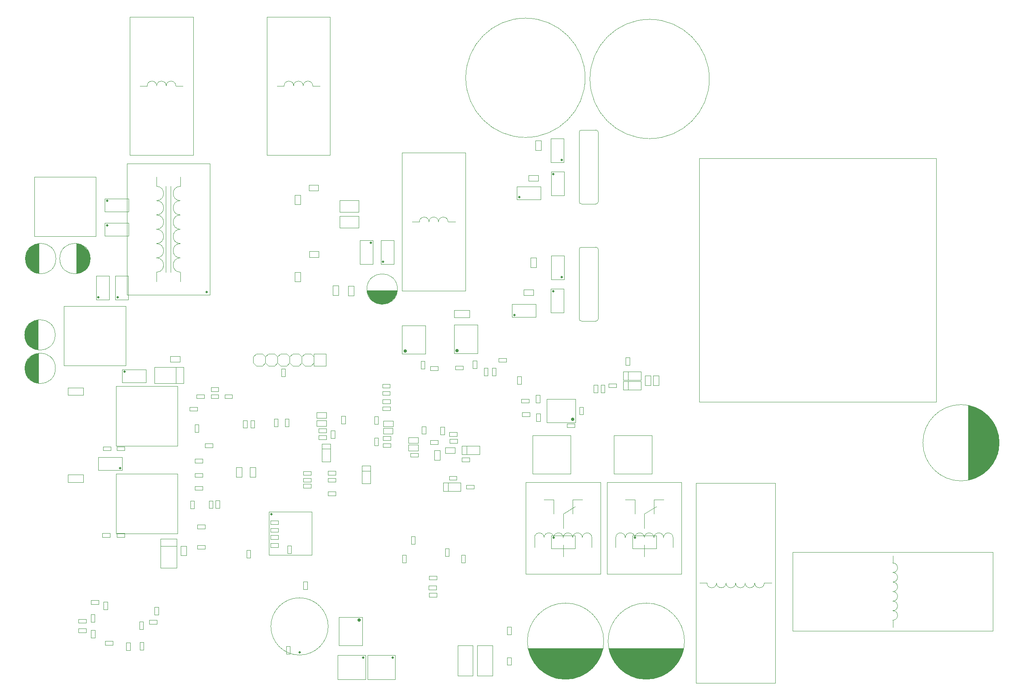
<source format=gm1>
G04*
G04 #@! TF.GenerationSoftware,Altium Limited,Altium Designer,21.6.1 (37)*
G04*
G04 Layer_Color=16711935*
%FSLAX42Y42*%
%MOMM*%
G71*
G04*
G04 #@! TF.SameCoordinates,FC63BEE2-DC1F-4C2A-9970-BC50A4DCA033*
G04*
G04*
G04 #@! TF.FilePolarity,Positive*
G04*
G01*
G75*
%ADD13C,0.10*%
%ADD17C,0.50*%
%ADD131C,0.70*%
G36*
X360Y5430D02*
Y4790D01*
X288Y4805D01*
X208Y4845D01*
X145Y4903D01*
X108Y4960D01*
X80Y5035D01*
X70Y5110D01*
X77Y5175D01*
X98Y5242D01*
X140Y5310D01*
X192Y5362D01*
X258Y5400D01*
X322Y5422D01*
X360Y5430D01*
D02*
G37*
G36*
X355Y6130D02*
Y5490D01*
X283Y5505D01*
X203Y5545D01*
X140Y5603D01*
X102Y5660D01*
X75Y5735D01*
X65Y5810D01*
X73Y5875D01*
X93Y5942D01*
X135Y6010D01*
X188Y6062D01*
X253Y6100D01*
X317Y6122D01*
X355Y6130D01*
D02*
G37*
G36*
X370Y7730D02*
Y7090D01*
X297Y7105D01*
X217Y7145D01*
X155Y7203D01*
X117Y7260D01*
X90Y7335D01*
X80Y7410D01*
X88Y7475D01*
X108Y7543D01*
X150Y7610D01*
X203Y7662D01*
X267Y7700D01*
X333Y7722D01*
X370Y7730D01*
D02*
G37*
G36*
X1150Y7090D02*
Y7730D01*
X1223Y7715D01*
X1302Y7675D01*
X1365Y7618D01*
X1402Y7560D01*
X1430Y7485D01*
X1440Y7410D01*
X1432Y7345D01*
X1412Y7278D01*
X1370Y7210D01*
X1318Y7157D01*
X1252Y7120D01*
X1188Y7097D01*
X1150Y7090D01*
D02*
G37*
G36*
X12175Y-760D02*
X12165Y-820D01*
X12140Y-895D01*
X12072Y-1027D01*
X11985Y-1148D01*
X11895Y-1230D01*
X11770Y-1318D01*
X11665Y-1362D01*
X11532Y-1398D01*
X11390Y-1410D01*
X11253Y-1398D01*
X11165Y-1382D01*
X11015Y-1318D01*
X10945Y-1275D01*
X10865Y-1212D01*
X10805Y-1157D01*
X10743Y-1080D01*
X10695Y-1007D01*
X10655Y-927D01*
X10622Y-840D01*
X10605Y-760D01*
X12175D01*
D02*
G37*
G36*
X7230Y6740D02*
X7870D01*
X7855Y6668D01*
X7815Y6588D01*
X7757Y6525D01*
X7700Y6488D01*
X7625Y6460D01*
X7550Y6450D01*
X7485Y6457D01*
X7418Y6478D01*
X7350Y6520D01*
X7297Y6572D01*
X7260Y6638D01*
X7238Y6703D01*
X7230Y6740D01*
D02*
G37*
G36*
X13865Y-760D02*
X13855Y-820D01*
X13830Y-895D01*
X13762Y-1027D01*
X13675Y-1148D01*
X13585Y-1230D01*
X13460Y-1318D01*
X13355Y-1362D01*
X13223Y-1398D01*
X13080Y-1410D01*
X12943Y-1398D01*
X12855Y-1382D01*
X12705Y-1318D01*
X12635Y-1275D01*
X12555Y-1212D01*
X12495Y-1157D01*
X12432Y-1080D01*
X12385Y-1007D01*
X12345Y-927D01*
X12312Y-840D01*
X12295Y-760D01*
X13865D01*
D02*
G37*
G36*
X19820Y4335D02*
X19880Y4325D01*
X19955Y4300D01*
X20088Y4233D01*
X20207Y4145D01*
X20290Y4055D01*
X20377Y3930D01*
X20423Y3825D01*
X20457Y3692D01*
X20470Y3550D01*
X20457Y3412D01*
X20443Y3325D01*
X20377Y3175D01*
X20335Y3105D01*
X20273Y3025D01*
X20218Y2965D01*
X20140Y2902D01*
X20068Y2855D01*
X19988Y2815D01*
X19900Y2783D01*
X19820Y2765D01*
Y4335D01*
D02*
G37*
D13*
X6420Y-300D02*
G03*
X6420Y-300I-600J0D01*
G01*
X11140Y1560D02*
G03*
X10940Y1560I-100J0D01*
G01*
D02*
G03*
X10740Y1560I-100J0D01*
G01*
X11940D02*
G03*
X11740Y1560I-100J0D01*
G01*
D02*
G03*
X11540Y1560I-100J0D01*
G01*
X11540D02*
G03*
X11340Y1560I-100J0D01*
G01*
D02*
G03*
X11140Y1560I-100J0D01*
G01*
X12190Y-610D02*
G03*
X12190Y-610I-800J0D01*
G01*
X13880D02*
G03*
X13880Y-610I-800J0D01*
G01*
X710Y5110D02*
G03*
X710Y5110I-320J0D01*
G01*
X720Y7410D02*
G03*
X720Y7410I-320J0D01*
G01*
X705Y5810D02*
G03*
X705Y5810I-320J0D01*
G01*
X1440Y7410D02*
G03*
X1440Y7410I-320J0D01*
G01*
X7870Y6770D02*
G03*
X7870Y6770I-320J0D01*
G01*
X3230Y11030D02*
G03*
X3030Y11030I-100J0D01*
G01*
X2830D02*
G03*
X2630Y11030I-100J0D01*
G01*
X3030D02*
G03*
X2830Y11030I-100J0D01*
G01*
X11725Y10105D02*
G03*
X11675Y10055I0J-50D01*
G01*
Y8605D02*
G03*
X11725Y8555I50J0D01*
G01*
X12075Y10055D02*
G03*
X12025Y10105I-50J0D01*
G01*
Y8555D02*
G03*
X12075Y8605I0J50D01*
G01*
X14400Y11175D02*
G03*
X14400Y11175I-1250J0D01*
G01*
X11800Y11200D02*
G03*
X11800Y11200I-1250J0D01*
G01*
X6097Y11030D02*
G03*
X5897Y11030I-100J0D01*
G01*
X5697D02*
G03*
X5497Y11030I-100J0D01*
G01*
X5897D02*
G03*
X5697Y11030I-100J0D01*
G01*
X2825Y7125D02*
G03*
X2825Y7425I0J150D01*
G01*
D02*
G03*
X2825Y7725I0J150D01*
G01*
Y7725D02*
G03*
X2825Y8025I0J150D01*
G01*
Y8625D02*
G03*
X2825Y8925I0J150D01*
G01*
Y8325D02*
G03*
X2825Y8625I0J150D01*
G01*
Y8025D02*
G03*
X2825Y8325I0J150D01*
G01*
X3325Y8925D02*
G03*
X3325Y8625I0J-150D01*
G01*
D02*
G03*
X3325Y8325I0J-150D01*
G01*
Y8325D02*
G03*
X3325Y8025I0J-150D01*
G01*
Y7425D02*
G03*
X3325Y7125I0J-150D01*
G01*
Y7725D02*
G03*
X3325Y7425I0J-150D01*
G01*
Y8025D02*
G03*
X3325Y7725I0J-150D01*
G01*
X18240Y430D02*
G03*
X18240Y630I0J100D01*
G01*
Y230D02*
G03*
X18240Y430I0J100D01*
G01*
Y30D02*
G03*
X18240Y230I0J100D01*
G01*
Y-170D02*
G03*
X18240Y30I0J100D01*
G01*
Y630D02*
G03*
X18240Y830I0J100D01*
G01*
D02*
G03*
X18240Y1030I0J100D01*
G01*
X15350Y610D02*
G03*
X15550Y610I100J0D01*
G01*
X15150D02*
G03*
X15350Y610I100J0D01*
G01*
X14350D02*
G03*
X14550Y610I100J0D01*
G01*
D02*
G03*
X14750Y610I100J0D01*
G01*
X14750D02*
G03*
X14950Y610I100J0D01*
G01*
D02*
G03*
X15150Y610I100J0D01*
G01*
X12840Y1560D02*
G03*
X12640Y1560I-100J0D01*
G01*
D02*
G03*
X12440Y1560I-100J0D01*
G01*
X13640D02*
G03*
X13440Y1560I-100J0D01*
G01*
D02*
G03*
X13240Y1560I-100J0D01*
G01*
X13240D02*
G03*
X13040Y1560I-100J0D01*
G01*
D02*
G03*
X12840Y1560I-100J0D01*
G01*
X8730Y8180D02*
G03*
X8530Y8180I-100J0D01*
G01*
D02*
G03*
X8330Y8180I-100J0D01*
G01*
X8930D02*
G03*
X8730Y8180I-100J0D01*
G01*
X12025Y6100D02*
G03*
X12075Y6150I0J50D01*
G01*
Y7600D02*
G03*
X12025Y7650I-50J0D01*
G01*
X11675Y6150D02*
G03*
X11725Y6100I50J0D01*
G01*
Y7650D02*
G03*
X11675Y7600I0J-50D01*
G01*
X20470Y3550D02*
G03*
X20470Y3550I-800J0D01*
G01*
X5540Y-880D02*
Y-720D01*
X5620Y-880D02*
Y-720D01*
X5540D02*
X5620D01*
X5540Y-880D02*
X5620D01*
X10480Y4105D02*
Y4185D01*
X10640Y4105D02*
Y4185D01*
X10480D02*
X10640D01*
X10480Y4105D02*
X10640D01*
X10462Y4387D02*
Y4468D01*
X10622Y4387D02*
Y4468D01*
X10462D02*
X10622D01*
X10462Y4387D02*
X10622D01*
X5042Y5160D02*
X5105Y5224D01*
X4915Y5160D02*
X5042D01*
X4851Y5224D02*
X4915Y5160D01*
X4851Y5224D02*
Y5351D01*
X4915Y5415D01*
X5042D01*
X5105Y5351D01*
X6121Y5160D02*
X6375D01*
X6121D02*
Y5415D01*
X6375Y5160D02*
Y5415D01*
X6058Y5160D02*
X6121Y5224D01*
X5931Y5160D02*
X6058D01*
X5867Y5224D02*
X5931Y5160D01*
X5867Y5224D02*
Y5351D01*
X5931Y5415D01*
X6058D01*
X6121Y5351D01*
Y5415D02*
X6375D01*
X5803D02*
X5867Y5351D01*
X5676Y5415D02*
X5803D01*
X5613Y5351D02*
X5676Y5415D01*
X5613Y5224D02*
Y5351D01*
Y5224D02*
X5676Y5160D01*
X5803D01*
X5867Y5224D01*
X5549Y5160D02*
X5613Y5224D01*
X5422Y5160D02*
X5549D01*
X5359Y5224D02*
X5422Y5160D01*
X5359Y5224D02*
Y5351D01*
X5422Y5415D01*
X5549D01*
X5613Y5351D01*
X5296Y5415D02*
X5359Y5351D01*
X5169Y5415D02*
X5296D01*
X5105Y5351D02*
X5169Y5415D01*
X5105Y5224D02*
Y5351D01*
Y5224D02*
X5169Y5160D01*
X5296D01*
X5359Y5224D01*
X5900Y480D02*
Y640D01*
X5980Y480D02*
Y640D01*
X5900Y480D02*
X5980D01*
X5900Y640D02*
X5980D01*
X970Y4550D02*
Y4705D01*
X1290Y4550D02*
Y4705D01*
X970Y4550D02*
X1290D01*
X970Y4705D02*
X1290D01*
X7555Y4780D02*
X7715D01*
X7555Y4700D02*
X7715D01*
X7555D02*
Y4780D01*
X7715Y4700D02*
Y4780D01*
X7555Y4630D02*
X7715D01*
X7555Y4550D02*
X7715D01*
X7555D02*
Y4630D01*
X7715Y4550D02*
Y4630D01*
X5180Y1200D02*
Y2100D01*
Y1200D02*
X6080D01*
Y2100D01*
X5180D02*
X6080D01*
X5647Y1232D02*
Y1392D01*
X5567Y1232D02*
Y1392D01*
Y1232D02*
X5647D01*
X5567Y1392D02*
X5647D01*
X5217Y1760D02*
X5377D01*
X5217Y1680D02*
X5377D01*
Y1760D01*
X5217Y1680D02*
Y1760D01*
Y1920D02*
X5377D01*
X5217Y1840D02*
X5377D01*
Y1920D01*
X5217Y1840D02*
Y1920D01*
Y1610D02*
X5377D01*
X5217Y1530D02*
X5377D01*
Y1610D01*
X5217Y1530D02*
Y1610D01*
Y1440D02*
X5377D01*
X5217Y1360D02*
X5377D01*
Y1440D01*
X5217Y1360D02*
Y1440D01*
X4780Y2835D02*
X4900D01*
X4780Y3035D02*
X4900D01*
Y2835D02*
Y3035D01*
X4780Y2835D02*
Y3035D01*
X4490Y2835D02*
X4610D01*
X4490Y3035D02*
X4610D01*
Y2835D02*
Y3035D01*
X4490Y2835D02*
Y3035D01*
X10940Y2360D02*
X11140D01*
Y2060D02*
Y2360D01*
X11540D02*
X11740D01*
X11540Y2060D02*
Y2360D01*
X10740Y1360D02*
Y1560D01*
X11340Y1160D02*
Y1410D01*
X11940Y1360D02*
Y1560D01*
X11340Y1760D02*
Y2060D01*
X10560Y2720D02*
X12120D01*
X10560Y800D02*
X12120D01*
X10560D02*
Y2720D01*
X12120Y800D02*
Y2720D01*
X11340Y2060D02*
X11590Y2210D01*
X11590Y1335D02*
Y1605D01*
X11090Y1335D02*
X11590D01*
X11090D02*
Y1605D01*
X11590D01*
X13290Y1335D02*
Y1605D01*
X12790Y1335D02*
X13290D01*
X12790D02*
Y1605D01*
X13290D01*
X8160Y1585D02*
X8240D01*
X8160Y1425D02*
X8240D01*
X8160D02*
Y1585D01*
X8240Y1425D02*
Y1585D01*
X7970Y1040D02*
X8050D01*
X7970Y1200D02*
X8050D01*
Y1040D02*
Y1200D01*
X7970Y1040D02*
Y1200D01*
X8868Y1175D02*
X8948D01*
X8868Y1335D02*
X8948D01*
Y1175D02*
Y1335D01*
X8868Y1175D02*
Y1335D01*
X6183Y3895D02*
X6383D01*
X6183Y4015D02*
X6383D01*
Y3895D02*
Y4015D01*
X6183Y3895D02*
Y4015D01*
X6697Y4110D02*
X6778D01*
X6697Y3950D02*
X6778D01*
Y4110D01*
X6697Y3950D02*
Y4110D01*
X6183Y4070D02*
X6383D01*
X6183Y4190D02*
X6383D01*
Y4070D02*
Y4190D01*
X6183Y4070D02*
Y4190D01*
X7572Y3858D02*
X7772D01*
X7572Y3738D02*
X7772D01*
X7572D02*
Y3858D01*
X7772Y3738D02*
Y3858D01*
X7575Y4012D02*
X7775D01*
X7575Y3892D02*
X7775D01*
X7575D02*
Y4012D01*
X7775Y3892D02*
Y4012D01*
X7390Y4100D02*
X7470D01*
X7390Y3940D02*
X7470D01*
Y4100D01*
X7390Y3940D02*
Y4100D01*
X6288Y3420D02*
X6468D01*
X6288Y3152D02*
X6468D01*
Y3525D01*
X6288D02*
X6468D01*
X6288Y3152D02*
Y3525D01*
X6222Y3620D02*
Y3700D01*
X6383Y3620D02*
Y3700D01*
X6222D02*
X6383D01*
X6222Y3620D02*
X6383D01*
X6477Y3647D02*
X6557D01*
X6477Y3808D02*
X6557D01*
X6477Y3647D02*
Y3808D01*
X6557Y3647D02*
Y3808D01*
X6225Y3762D02*
Y3843D01*
X6385Y3762D02*
Y3843D01*
X6225D02*
X6385D01*
X6225Y3762D02*
X6385D01*
X7730Y3457D02*
Y3538D01*
X7570Y3457D02*
Y3538D01*
Y3457D02*
X7730D01*
X7570Y3538D02*
X7730D01*
X7387Y3495D02*
X7468D01*
X7387Y3655D02*
X7468D01*
X7387Y3495D02*
Y3655D01*
X7468Y3495D02*
Y3655D01*
X7730Y3605D02*
Y3685D01*
X7570Y3605D02*
Y3685D01*
Y3605D02*
X7730D01*
X7570Y3685D02*
X7730D01*
X7128Y2960D02*
X7307D01*
X7128Y2692D02*
X7307D01*
Y3065D01*
X7128D02*
X7307D01*
X7128Y2692D02*
Y3065D01*
X3330Y1185D02*
X3450D01*
X3330Y1385D02*
X3450D01*
Y1185D02*
Y1385D01*
X3330Y1185D02*
Y1385D01*
X1998Y1652D02*
X2158D01*
X1998Y1572D02*
X2158D01*
Y1652D01*
X1998Y1572D02*
Y1652D01*
X7718Y4225D02*
Y4305D01*
X7558Y4225D02*
Y4305D01*
Y4225D02*
X7718D01*
X7558Y4305D02*
X7718D01*
Y4372D02*
Y4453D01*
X7558Y4372D02*
Y4453D01*
Y4372D02*
X7718D01*
X7558Y4453D02*
X7718D01*
X1455Y-538D02*
Y-378D01*
X1535Y-538D02*
Y-378D01*
X1455Y-538D02*
X1535D01*
X1455Y-378D02*
X1535D01*
X1193Y-428D02*
X1352D01*
X1193Y-347D02*
X1352D01*
Y-428D02*
Y-347D01*
X1193Y-428D02*
Y-347D01*
X1800Y57D02*
Y217D01*
X1720Y57D02*
Y217D01*
X1800D01*
X1720Y57D02*
X1800D01*
X1532Y-205D02*
Y-45D01*
X1452Y-205D02*
Y-45D01*
X1532D01*
X1452Y-205D02*
X1532D01*
X1190Y-225D02*
X1350D01*
X1190Y-145D02*
X1350D01*
Y-225D02*
Y-145D01*
X1190Y-225D02*
Y-145D01*
X1750Y-690D02*
X1910D01*
X1750Y-610D02*
X1910D01*
Y-690D02*
Y-610D01*
X1750Y-690D02*
Y-610D01*
X2275Y-800D02*
Y-640D01*
X2195Y-800D02*
Y-640D01*
X2275D01*
X2195Y-800D02*
X2275D01*
X2677Y-247D02*
X2838D01*
X2677Y-167D02*
X2838D01*
Y-247D02*
Y-167D01*
X2677Y-247D02*
Y-167D01*
X2550Y-360D02*
Y-200D01*
X2470Y-360D02*
Y-200D01*
X2550D01*
X2470Y-360D02*
X2550D01*
X2555Y-795D02*
Y-635D01*
X2475Y-795D02*
Y-635D01*
X2555D01*
X2475Y-795D02*
X2555D01*
X11420Y3950D02*
X11580D01*
X11420Y3870D02*
X11580D01*
X11420D02*
Y3950D01*
X11580Y3870D02*
Y3950D01*
X11680Y4140D02*
Y4300D01*
X11760Y4140D02*
Y4300D01*
X11680Y4140D02*
X11760D01*
X11680Y4300D02*
X11760D01*
X11980Y4600D02*
Y4760D01*
X12060Y4600D02*
Y4760D01*
X11980D02*
X12060D01*
X11980Y4600D02*
X12060D01*
X12730Y5180D02*
Y5340D01*
X12650Y5180D02*
Y5340D01*
Y5180D02*
X12730D01*
X12650Y5340D02*
X12730D01*
X12290Y4710D02*
X12450D01*
X12290Y4790D02*
X12450D01*
X12290Y4710D02*
Y4790D01*
X12450Y4710D02*
Y4790D01*
X12593Y4840D02*
X12965D01*
X12593Y4660D02*
Y4840D01*
Y4660D02*
X12965D01*
Y4840D01*
X12697Y4660D02*
Y4840D01*
X12593Y5040D02*
X12965D01*
X12593Y4860D02*
Y5040D01*
Y4860D02*
X12965D01*
Y5040D01*
X12697Y4860D02*
Y5040D01*
X12210Y4600D02*
Y4760D01*
X12130Y4600D02*
Y4760D01*
Y4600D02*
X12210D01*
X12130Y4760D02*
X12210D01*
X13050Y4755D02*
Y4955D01*
X13170Y4755D02*
Y4955D01*
X13050D02*
X13170D01*
X13050Y4755D02*
X13170D01*
X13220D02*
Y4955D01*
X13340Y4755D02*
Y4955D01*
X13220D02*
X13340D01*
X13220Y4755D02*
X13340D01*
X1980Y1647D02*
Y2897D01*
X3270Y1647D02*
Y2897D01*
X1980Y1647D02*
X3270D01*
X1980Y2897D02*
X3270D01*
X3235Y4798D02*
Y5133D01*
X2780D02*
X3390D01*
X2780Y4798D02*
X3390D01*
X2780D02*
Y5133D01*
X3390Y4798D02*
Y5133D01*
X3115Y5360D02*
X3315D01*
X3115Y5240D02*
X3315D01*
Y5360D01*
X3115Y5240D02*
Y5360D01*
X970Y2880D02*
X1290D01*
X970Y2725D02*
X1290D01*
Y2880D01*
X970Y2725D02*
Y2880D01*
X2912Y1380D02*
X3247D01*
X2912Y925D02*
Y1535D01*
X3247Y925D02*
Y1535D01*
X2912Y925D02*
X3247D01*
X2912Y1535D02*
X3247D01*
X6660Y8056D02*
Y8304D01*
X7060D01*
Y8056D02*
Y8304D01*
X6660Y8056D02*
X7060D01*
X6660Y8386D02*
Y8634D01*
X7060D01*
Y8386D02*
Y8634D01*
X6660Y8386D02*
X7060D01*
X6520Y6645D02*
Y6845D01*
X6640Y6645D02*
Y6845D01*
X6520D02*
X6640D01*
X6520Y6645D02*
X6640D01*
X2180Y5165D02*
Y6415D01*
X890Y5165D02*
Y6415D01*
X2180D01*
X890Y5165D02*
X2180D01*
X1560Y7875D02*
Y9125D01*
X270Y7875D02*
Y9125D01*
X1560D01*
X270Y7875D02*
X1560D01*
X10170Y-310D02*
X10250D01*
X10170Y-470D02*
X10250D01*
X10170D02*
Y-310D01*
X10250Y-470D02*
Y-310D01*
X10170Y-950D02*
X10250D01*
X10170Y-1110D02*
X10250D01*
X10170D02*
Y-950D01*
X10250Y-1110D02*
Y-950D01*
X8690Y320D02*
Y400D01*
X8530Y320D02*
Y400D01*
X8690D01*
X8530Y320D02*
X8690D01*
X9130Y-703D02*
X9450D01*
X9130Y-1338D02*
X9450D01*
X9130D02*
Y-703D01*
X9450Y-1338D02*
Y-703D01*
X9540D02*
X9860D01*
X9540Y-1338D02*
X9860D01*
X9540D02*
Y-703D01*
X9860Y-1338D02*
Y-703D01*
X2000Y3387D02*
Y3467D01*
X2160Y3387D02*
Y3467D01*
X2000Y3387D02*
X2160D01*
X2000Y3467D02*
X2160D01*
X1867Y3388D02*
Y3468D01*
X1708Y3388D02*
Y3468D01*
X1867D01*
X1708Y3388D02*
X1867D01*
X1853Y1573D02*
Y1653D01*
X1693Y1573D02*
Y1653D01*
X1853D01*
X1693Y1573D02*
X1853D01*
X6215Y8830D02*
Y8950D01*
X6015Y8830D02*
Y8950D01*
X6215D01*
X6015Y8830D02*
X6215D01*
X5720Y8545D02*
X5840D01*
X5720Y8745D02*
X5840D01*
Y8545D02*
Y8745D01*
X5720Y8545D02*
Y8745D01*
X6840Y6835D02*
X6960D01*
X6840Y6635D02*
X6960D01*
X6840D02*
Y6835D01*
X6960Y6635D02*
Y6835D01*
X6225Y7440D02*
Y7560D01*
X6025Y7440D02*
Y7560D01*
X6225D01*
X6025Y7440D02*
X6225D01*
X5720Y6925D02*
X5840D01*
X5720Y7125D02*
X5840D01*
Y6925D02*
Y7125D01*
X5720Y6925D02*
Y7125D01*
X7525Y7790D02*
X7795D01*
Y7290D02*
Y7790D01*
X7525Y7290D02*
X7795D01*
X7525D02*
Y7790D01*
X1565Y7050D02*
X1835D01*
Y6550D02*
Y7050D01*
X1565Y6550D02*
X1835D01*
X1565D02*
Y7050D01*
X2240Y7885D02*
Y8155D01*
X1740Y7885D02*
X2240D01*
X1740D02*
Y8155D01*
X2240D01*
Y8395D02*
Y8665D01*
X1740Y8395D02*
X2240D01*
X1740D02*
Y8665D01*
X2240D01*
X2788Y108D02*
X2868D01*
X2788Y-52D02*
X2868D01*
Y108D01*
X2788Y-52D02*
Y108D01*
X1457Y167D02*
Y248D01*
X1617Y167D02*
Y248D01*
X1457D02*
X1617D01*
X1457Y167D02*
X1617D01*
X9680Y5120D02*
X9760D01*
X9680Y4960D02*
X9760D01*
Y5120D01*
X9680Y4960D02*
Y5120D01*
X3840Y1750D02*
Y1830D01*
X3680Y1750D02*
Y1830D01*
Y1750D02*
X3840D01*
X3680Y1830D02*
X3840D01*
Y1320D02*
Y1400D01*
X3680Y1320D02*
Y1400D01*
Y1320D02*
X3840D01*
X3680Y1400D02*
X3840D01*
X4710Y1140D02*
X4790D01*
X4710Y1300D02*
X4790D01*
X4710Y1140D02*
Y1300D01*
X4790Y1140D02*
Y1300D01*
X8103Y3385D02*
X8303D01*
X8103Y3505D02*
X8303D01*
Y3385D02*
Y3505D01*
X8103Y3385D02*
Y3505D01*
Y3542D02*
X8303D01*
X8103Y3662D02*
X8303D01*
Y3542D02*
Y3662D01*
X8103Y3542D02*
Y3662D01*
X8873Y3333D02*
X9072D01*
X8873Y3453D02*
X9072D01*
Y3333D02*
Y3453D01*
X8873Y3333D02*
Y3453D01*
X8643Y3188D02*
Y3387D01*
X8762Y3188D02*
Y3387D01*
X8643Y3188D02*
X8762D01*
X8643Y3387D02*
X8762D01*
X3535Y2333D02*
X3615D01*
X3535Y2173D02*
X3615D01*
Y2333D01*
X3535Y2173D02*
Y2333D01*
X3925Y2335D02*
X4005D01*
X3925Y2175D02*
X4005D01*
Y2335D01*
X3925Y2175D02*
Y2335D01*
X3522Y4217D02*
Y4298D01*
X3682Y4217D02*
Y4298D01*
X3522D02*
X3682D01*
X3522Y4217D02*
X3682D01*
X10700Y2900D02*
X10700Y3700D01*
X11500Y3700D01*
Y2900D02*
Y3700D01*
X10700Y2900D02*
X11500D01*
X10460Y4780D02*
Y4940D01*
X10380Y4780D02*
Y4940D01*
X10460D01*
X10380Y4780D02*
X10460D01*
X9990Y5320D02*
X10150D01*
X9990Y5240D02*
X10150D01*
X9990D02*
Y5320D01*
X10150Y5240D02*
Y5320D01*
X9850Y4960D02*
Y5120D01*
X9930Y4960D02*
Y5120D01*
X9850Y4960D02*
X9930D01*
X9850Y5120D02*
X9930D01*
X4797Y4020D02*
X4878D01*
X4797Y3860D02*
X4878D01*
Y4020D01*
X4797Y3860D02*
Y4020D01*
X5517Y4047D02*
X5598D01*
X5517Y3888D02*
X5598D01*
Y4047D01*
X5517Y3888D02*
Y4047D01*
X5440Y5100D02*
X5520D01*
X5440Y4940D02*
X5520D01*
Y5100D01*
X5440Y4940D02*
Y5100D01*
X10815Y9038D02*
Y9157D01*
X10615Y9038D02*
Y9157D01*
Y9038D02*
X10815D01*
X10615Y9157D02*
X10815D01*
X10757Y9680D02*
X10878D01*
X10757Y9880D02*
X10878D01*
X10757Y9680D02*
Y9880D01*
X10878Y9680D02*
Y9880D01*
X10715Y6640D02*
Y6760D01*
X10515Y6640D02*
Y6760D01*
Y6640D02*
X10715D01*
X10515Y6760D02*
X10715D01*
X10660Y7225D02*
X10780D01*
X10660Y7425D02*
X10780D01*
X10660Y7225D02*
Y7425D01*
X10780Y7225D02*
Y7425D01*
X4065Y2338D02*
X4145D01*
X4065Y2177D02*
X4145D01*
Y2338D01*
X4065Y2177D02*
Y2338D01*
X3790Y3130D02*
Y3210D01*
X3630Y3130D02*
Y3210D01*
Y3130D02*
X3790D01*
X3630Y3210D02*
X3790D01*
Y2830D02*
Y2910D01*
X3630Y2830D02*
Y2910D01*
Y2830D02*
X3790D01*
X3630Y2910D02*
X3790D01*
Y2560D02*
Y2640D01*
X3630Y2560D02*
Y2640D01*
Y2560D02*
X3790D01*
X3630Y2640D02*
X3790D01*
X5897Y2727D02*
Y2808D01*
X6058Y2727D02*
Y2808D01*
X5897D02*
X6058D01*
X5897Y2727D02*
X6058D01*
X5897Y2605D02*
Y2685D01*
X6058Y2605D02*
Y2685D01*
X5897D02*
X6058D01*
X5897Y2605D02*
X6058D01*
X5897Y2872D02*
Y2953D01*
X6058Y2872D02*
Y2953D01*
X5897D02*
X6058D01*
X5897Y2872D02*
X6058D01*
X6413Y2728D02*
Y2808D01*
X6573Y2728D02*
Y2808D01*
X6413D02*
X6573D01*
X6413Y2728D02*
X6573D01*
X6413Y2445D02*
Y2525D01*
X6573Y2445D02*
Y2525D01*
X6413D02*
X6573D01*
X6413Y2445D02*
X6573D01*
X6413Y2875D02*
Y2955D01*
X6573Y2875D02*
Y2955D01*
X6413D02*
X6573D01*
X6413Y2875D02*
X6573D01*
X10778Y4160D02*
X10858D01*
X10778Y4000D02*
X10858D01*
Y4160D01*
X10778Y4000D02*
Y4160D01*
X10770Y4390D02*
X10850D01*
X10770Y4550D02*
X10850D01*
X10770Y4390D02*
Y4550D01*
X10850Y4390D02*
Y4550D01*
X4125Y4480D02*
Y4560D01*
X3965Y4480D02*
Y4560D01*
Y4480D02*
X4125D01*
X3965Y4560D02*
X4125D01*
X3828Y4480D02*
Y4560D01*
X3667Y4480D02*
Y4560D01*
Y4480D02*
X3828D01*
X3667Y4560D02*
X3828D01*
X9060Y6328D02*
X9380D01*
X9060Y6172D02*
X9380D01*
X9060D02*
Y6328D01*
X9380Y6172D02*
Y6328D01*
X9080Y5080D02*
Y5160D01*
X9240Y5080D02*
Y5160D01*
X9080D02*
X9240D01*
X9080Y5080D02*
X9240D01*
X8720Y5070D02*
Y5150D01*
X8560Y5070D02*
Y5150D01*
Y5070D02*
X8720D01*
X8560Y5150D02*
X8720D01*
X8772Y3722D02*
X8853D01*
X8772Y3883D02*
X8853D01*
X8772Y3722D02*
Y3883D01*
X8853Y3722D02*
Y3883D01*
X9450Y5110D02*
X9530D01*
X9450Y5270D02*
X9530D01*
X9450Y5110D02*
Y5270D01*
X9530Y5110D02*
Y5270D01*
X8360Y5100D02*
X8440D01*
X8360Y5260D02*
X8440D01*
X8360Y5100D02*
Y5260D01*
X8440Y5100D02*
Y5260D01*
X9112Y2772D02*
Y2852D01*
X8953Y2772D02*
Y2852D01*
Y2772D02*
X9112D01*
X8953Y2852D02*
X9112D01*
X8962Y3542D02*
Y3623D01*
X9122Y3542D02*
Y3623D01*
X8962D02*
X9122D01*
X8962Y3542D02*
X9122D01*
X9120Y3690D02*
Y3770D01*
X8960Y3690D02*
Y3770D01*
Y3690D02*
X9120D01*
X8960Y3770D02*
X9120D01*
X9470Y2585D02*
Y2665D01*
X9310Y2585D02*
Y2665D01*
Y2585D02*
X9470D01*
X9310Y2665D02*
X9470D01*
X9382Y3157D02*
Y3238D01*
X9222Y3157D02*
Y3238D01*
Y3157D02*
X9382D01*
X9222Y3238D02*
X9382D01*
X8382Y3892D02*
X8463D01*
X8382Y3733D02*
X8463D01*
Y3892D01*
X8382Y3733D02*
Y3892D01*
X8145Y3253D02*
Y3333D01*
X8305Y3253D02*
Y3333D01*
X8145D02*
X8305D01*
X8145Y3253D02*
X8305D01*
X8715Y3520D02*
Y3600D01*
X8555Y3520D02*
Y3600D01*
Y3520D02*
X8715D01*
X8555Y3600D02*
X8715D01*
X4412Y4480D02*
Y4560D01*
X4253Y4480D02*
Y4560D01*
Y4480D02*
X4412D01*
X4253Y4560D02*
X4412D01*
X3630Y3930D02*
X3710D01*
X3630Y3770D02*
X3710D01*
Y3930D01*
X3630Y3770D02*
Y3930D01*
X3840Y3450D02*
Y3530D01*
X4000Y3450D02*
Y3530D01*
X3840D02*
X4000D01*
X3840Y3450D02*
X4000D01*
X4125Y4630D02*
Y4710D01*
X3965Y4630D02*
Y4710D01*
Y4630D02*
X4125D01*
X3965Y4710D02*
X4125D01*
X6642Y-103D02*
X7133D01*
X6642Y-703D02*
Y-103D01*
Y-703D02*
X7133D01*
Y-103D01*
X11598Y3973D02*
Y4463D01*
X10998D02*
X11598D01*
X10998Y3973D02*
Y4463D01*
Y3973D02*
X11598D01*
X9055Y5420D02*
X9545D01*
Y6020D01*
X9055D02*
X9545D01*
X9055Y5420D02*
Y6020D01*
X7965Y5410D02*
X8455D01*
Y6010D01*
X7965D02*
X8455D01*
X7965Y5410D02*
Y6010D01*
X10873Y8650D02*
Y8920D01*
X10372D02*
X10873D01*
X10372Y8650D02*
Y8920D01*
Y8650D02*
X10873D01*
X8930Y2535D02*
Y2715D01*
X9197Y2535D02*
Y2715D01*
X8825D02*
X9197D01*
X8825Y2535D02*
Y2715D01*
Y2535D02*
X9197D01*
X9322Y3305D02*
Y3485D01*
X9590Y3305D02*
Y3485D01*
X9218D02*
X9590D01*
X9218Y3305D02*
Y3485D01*
Y3305D02*
X9590D01*
X3230Y11030D02*
X3380D01*
X2480D02*
X2630D01*
X2267Y12478D02*
X3593D01*
X2267Y9582D02*
X3593D01*
Y12478D01*
X2267Y9582D02*
Y12478D01*
X8528Y472D02*
X8688D01*
X8528Y553D02*
X8688D01*
X8528Y472D02*
Y553D01*
X8688Y472D02*
Y553D01*
X8530Y680D02*
X8690D01*
X8530Y760D02*
X8690D01*
X8530Y680D02*
Y760D01*
X8690Y680D02*
Y760D01*
X9210Y1040D02*
Y1200D01*
X9290Y1040D02*
Y1200D01*
X9210D02*
X9290D01*
X9210Y1040D02*
X9290D01*
X1980Y4732D02*
X3270D01*
X1980Y3482D02*
X3270D01*
Y4732D01*
X1980Y3482D02*
Y4732D01*
X2105Y5085D02*
X2605D01*
X2105Y4815D02*
Y5085D01*
Y4815D02*
X2605D01*
Y5085D01*
X1610Y2972D02*
X2110D01*
Y3242D01*
X1610D02*
X2110D01*
X1610Y2972D02*
Y3242D01*
X11675Y8605D02*
Y10055D01*
X12075Y8605D02*
Y10055D01*
X11725Y10105D02*
X12025D01*
X11725Y8555D02*
X12025D01*
X11353Y9427D02*
Y9928D01*
X11083Y9427D02*
X11353D01*
X11083D02*
Y9928D01*
X11353D01*
X11087Y8732D02*
Y9233D01*
X11357D01*
Y8732D02*
Y9233D01*
X11087Y8732D02*
X11357D01*
X1965Y6550D02*
Y7050D01*
Y6550D02*
X2235D01*
Y7050D01*
X1965D02*
X2235D01*
X7355Y7290D02*
Y7790D01*
X7085D02*
X7355D01*
X7085Y7290D02*
Y7790D01*
Y7290D02*
X7355D01*
X11085Y6280D02*
Y6780D01*
X11355D01*
Y6280D02*
Y6780D01*
X11085Y6280D02*
X11355D01*
X4640Y3860D02*
Y4020D01*
X4720Y3860D02*
Y4020D01*
X4640Y3860D02*
X4720D01*
X4640Y4020D02*
X4720D01*
X5288Y3892D02*
Y4053D01*
X5368Y3892D02*
Y4053D01*
X5288Y3892D02*
X5368D01*
X5288Y4053D02*
X5368D01*
X6097Y11030D02*
X6247D01*
X5347D02*
X5497D01*
X5135Y12478D02*
X6460D01*
X5135Y9582D02*
X6460D01*
Y12478D01*
X5135Y9582D02*
Y12478D01*
X2210Y6650D02*
X3940D01*
X2210Y9400D02*
X3940D01*
Y6650D02*
Y9400D01*
X2210Y6650D02*
Y9400D01*
X2825Y8925D02*
Y9125D01*
Y6925D02*
Y7125D01*
X3325Y6925D02*
Y7125D01*
Y8925D02*
Y9125D01*
X3125Y7125D02*
Y8925D01*
X3025Y7125D02*
Y8925D01*
X16142Y1258D02*
X20338D01*
X16142Y-398D02*
X20338D01*
X16142D02*
Y1258D01*
X20338Y-398D02*
Y1258D01*
X18240Y-320D02*
Y-170D01*
Y1030D02*
Y1180D01*
X15550Y610D02*
X15700D01*
X14200D02*
X14350D01*
X14122Y-1488D02*
X15778D01*
X14122Y2708D02*
X15778D01*
X14122Y-1488D02*
Y2708D01*
X15778Y-1488D02*
Y2708D01*
X19150Y4408D02*
Y9508D01*
X14190D02*
X19150D01*
X14190Y4408D02*
Y9508D01*
Y4408D02*
X19150D01*
X10270Y6185D02*
X10770D01*
X10270D02*
Y6455D01*
X10770D01*
Y6185D02*
Y6455D01*
X12640Y2360D02*
X12840D01*
Y2060D02*
Y2360D01*
X13240D02*
X13440D01*
X13240Y2060D02*
Y2360D01*
X12440Y1360D02*
Y1560D01*
X13040Y1160D02*
Y1410D01*
X13640Y1360D02*
Y1560D01*
X13040Y1760D02*
Y2060D01*
X12260Y2720D02*
X13820D01*
X12260Y800D02*
X13820D01*
X12260D02*
Y2720D01*
X13820Y800D02*
Y2720D01*
X13040Y2060D02*
X13290Y2210D01*
X7203Y-1411D02*
Y-903D01*
X6623Y-1411D02*
X7203D01*
X6623D02*
Y-903D01*
X7203D01*
X7823Y-1411D02*
Y-903D01*
X7243Y-1411D02*
X7823D01*
X7243D02*
Y-903D01*
X7823D01*
X7967Y6732D02*
Y9628D01*
X9293Y6732D02*
Y9628D01*
X7967Y6732D02*
X9293D01*
X7967Y9628D02*
X9293D01*
X8180Y8180D02*
X8330D01*
X8930D02*
X9080D01*
X11725Y6100D02*
X12025D01*
X11725Y7650D02*
X12025D01*
X12075Y6150D02*
Y7600D01*
X11675Y6150D02*
Y7600D01*
X11358Y6970D02*
Y7470D01*
X11088Y6970D02*
X11358D01*
X11088D02*
Y7470D01*
X11358D01*
X12400Y3700D02*
X13200D01*
X12400Y2900D02*
Y3700D01*
Y2900D02*
X13200Y2900D01*
X13200Y3700D01*
D17*
X5820Y-840D02*
D03*
X5230Y2050D02*
D03*
X11140Y1560D02*
D03*
X12840D02*
D03*
X7570Y7340D02*
D03*
X1610Y6600D02*
D03*
X1790Y8110D02*
D03*
Y8620D02*
D03*
X10422Y8695D02*
D03*
X2155Y5040D02*
D03*
X2060Y3017D02*
D03*
X11307Y9478D02*
D03*
X11132Y9182D02*
D03*
X2010Y6600D02*
D03*
X7310Y7740D02*
D03*
X11130Y6730D02*
D03*
X3875Y6705D02*
D03*
X10320Y6230D02*
D03*
X7153Y-953D02*
D03*
X7772D02*
D03*
X11312Y7020D02*
D03*
D131*
X7068Y-163D02*
D03*
X11537Y4038D02*
D03*
X9120Y5481D02*
D03*
X8030Y5471D02*
D03*
M02*

</source>
